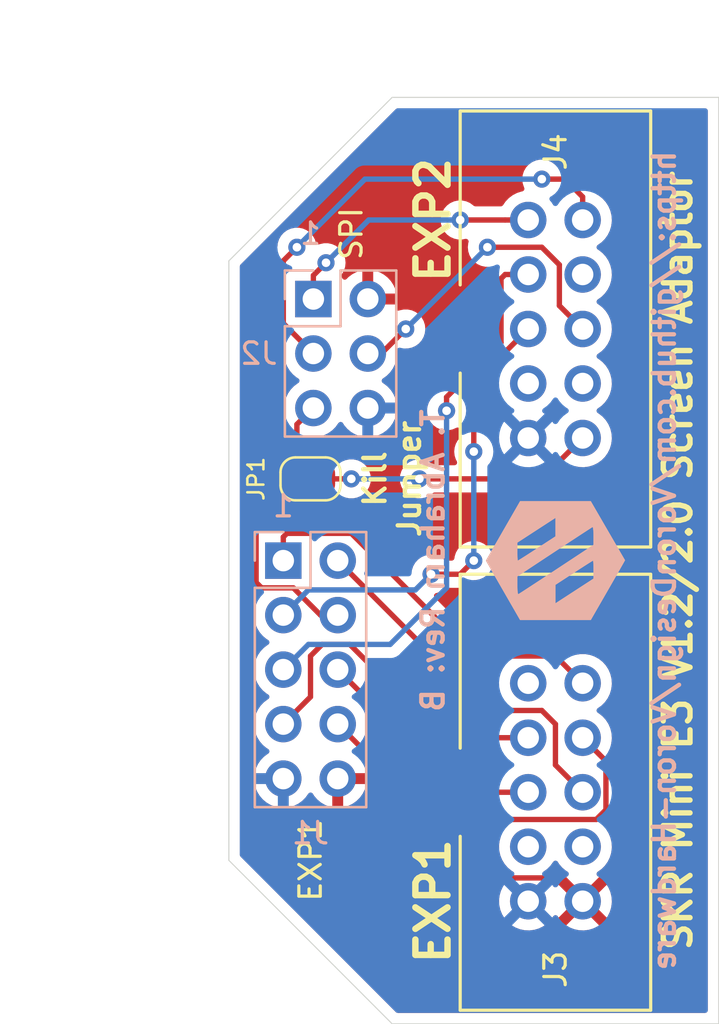
<source format=kicad_pcb>
(kicad_pcb (version 20211014) (generator pcbnew)
  (layers (0 "F.Cu" signal) (31 "B.Cu" signal) (34 "B.Paste" user) (35 "F.Paste" user) (36 "B.SilkS" user "B.Silkscreen") (37 "F.SilkS" user "F.Silkscreen") (38 "B.Mask" user) (39 "F.Mask" user) (44 "Edge.Cuts" user))
  (net 0 "")
  (net 1 "/+5V")
  (net 2 "/GND")
  (net 3 "/PB15")
  (net 4 "/PB8")
  (net 5 "/PB9")
  (net 6 "/PA10")
  (net 7 "/RST")
  (net 8 "/PA9")
  (net 9 "/PA15")
  (net 10 "/PB5")
  (net 11 "/MOSI")
  (net 12 "/SCK")
  (net 13 "/MISO")
  (net 14 "/Kill")
  (footprint "TRA_KiCad_Footprints:Shrouded_2x5_pin_header" (layer "F.Cu") (at 138.43 117.475 -90)
    (fp_text reference "J3" (at 8.255 0 90) (layer "F.SilkS"))
    (fp_text value "Screen_EXP1")
    (fp_line (start 0 -4.445) (end 10.16 -4.445) (layer "F.SilkS") (width 0.15))
    (fp_line (start -2.055 4.445) (end -10.16 4.445) (layer "F.SilkS") (width 0.15))
    (fp_line (start 0 -4.445) (end -10.16 -4.445) (layer "F.SilkS") (width 0.15))
    (fp_line (start 10.16 -4.445) (end 10.16 4.445) (layer "F.SilkS") (width 0.15))
    (fp_line (start 10.16 4.445) (end 2.055 4.445) (layer "F.SilkS") (width 0.15))
    (fp_line (start -10.16 4.445) (end -10.16 -4.445) (layer "F.SilkS") (width 0.15))
    (pad "1" thru_hole circle (at -5.08 1.27 270) (size 1.7 1.7) (drill 1) (layers *.Cu *.Mask))
    (pad "2" thru_hole circle (at -5.08 -1.27 270) (size 1.7 1.7) (drill 1) (layers *.Cu *.Mask) (net 10 "/PB5"))
    (pad "3" thru_hole circle (at -2.54 1.27 270) (size 1.7 1.7) (drill 1) (layers *.Cu *.Mask) (net 4 "/PB8"))
    (pad "4" thru_hole circle (at -2.54 -1.27 270) (size 1.7 1.7) (drill 1) (layers *.Cu *.Mask) (net 3 "/PB15"))
    (pad "5" thru_hole circle (at 0 1.27 270) (size 1.7 1.7) (drill 1) (layers *.Cu *.Mask) (net 5 "/PB9"))
    (pad "6" thru_hole circle (at 0 -1.27 270) (size 1.7 1.7) (drill 1) (layers *.Cu *.Mask) (net 9 "/PA15"))
    (pad "7" thru_hole circle (at 2.54 1.27 270) (size 1.7 1.7) (drill 1) (layers *.Cu *.Mask))
    (pad "8" thru_hole circle (at 2.54 -1.27 270) (size 1.7 1.7) (drill 1) (layers *.Cu *.Mask))
    (pad "9" thru_hole circle (at 5.08 1.27 270) (size 1.7 1.7) (drill 1) (layers *.Cu *.Mask) (net 2 "/GND"))
    (pad "10" thru_hole circle (at 5.08 -1.27 270) (size 1.7 1.7) (drill 1) (layers *.Cu *.Mask) (net 1 "/+5V"))
  )
  (footprint "TRA_KiCad_Footprints:Shrouded_2x5_pin_header" (layer "F.Cu") (at 138.43 95.885 -90)
    (fp_text reference "J4" (at -8.255 0 90) (layer "F.SilkS"))
    (fp_text value "Screen_EXP2")
    (fp_line (start 10.16 4.445) (end 2.055 4.445) (layer "F.SilkS") (width 0.15))
    (fp_line (start 0 -4.445) (end -10.16 -4.445) (layer "F.SilkS") (width 0.15))
    (fp_line (start 0 -4.445) (end 10.16 -4.445) (layer "F.SilkS") (width 0.15))
    (fp_line (start -10.16 4.445) (end -10.16 -4.445) (layer "F.SilkS") (width 0.15))
    (fp_line (start -2.055 4.445) (end -10.16 4.445) (layer "F.SilkS") (width 0.15))
    (fp_line (start 10.16 -4.445) (end 10.16 4.445) (layer "F.SilkS") (width 0.15))
    (pad "1" thru_hole circle (at -5.08 1.27 270) (size 1.7 1.7) (drill 1) (layers *.Cu *.Mask) (net 13 "/MISO"))
    (pad "2" thru_hole circle (at -5.08 -1.27 270) (size 1.7 1.7) (drill 1) (layers *.Cu *.Mask) (net 12 "/SCK"))
    (pad "3" thru_hole circle (at -2.54 1.27 270) (size 1.7 1.7) (drill 1) (layers *.Cu *.Mask) (net 6 "/PA10"))
    (pad "4" thru_hole circle (at -2.54 -1.27 270) (size 1.7 1.7) (drill 1) (layers *.Cu *.Mask))
    (pad "5" thru_hole circle (at 0 1.27 270) (size 1.7 1.7) (drill 1) (layers *.Cu *.Mask) (net 8 "/PA9"))
    (pad "6" thru_hole circle (at 0 -1.27 270) (size 1.7 1.7) (drill 1) (layers *.Cu *.Mask) (net 11 "/MOSI"))
    (pad "7" thru_hole circle (at 2.54 1.27 270) (size 1.7 1.7) (drill 1) (layers *.Cu *.Mask))
    (pad "8" thru_hole circle (at 2.54 -1.27 270) (size 1.7 1.7) (drill 1) (layers *.Cu *.Mask))
    (pad "9" thru_hole circle (at 5.08 1.27 270) (size 1.7 1.7) (drill 1) (layers *.Cu *.Mask) (net 2 "/GND"))
    (pad "10" thru_hole circle (at 5.08 -1.27 270) (size 1.7 1.7) (drill 1) (layers *.Cu *.Mask) (net 14 "/Kill"))
  )
  (footprint "Jumper:SolderJumper-2_P1.3mm_Bridged_RoundedPad1.0x1.5mm" (layer "F.Cu") (at 127 102.87)
    (fp_text reference "JP1" (at -2.54 0 90) (layer "F.SilkS") (effects (font (size 0.75 0.75) (thickness 0.12))))
    (fp_text value "Jumper_NC_Small")
    (fp_poly (pts (xy 0.25 -0.3) (xy -0.25 -0.3) (xy -0.25 0.3) (xy 0.25 0.3)) (layer "F.Cu") (width 0) (fill solid))
    (fp_line (start -0.7 -1) (end 0.7 -1) (layer "F.SilkS") (width 0.12))
    (fp_line (start -1.4 0.3) (end -1.4 -0.3) (layer "F.SilkS") (width 0.12))
    (fp_line (start 0.7 1) (end -0.7 1) (layer "F.SilkS") (width 0.12))
    (fp_line (start 1.4 -0.3) (end 1.4 0.3) (layer "F.SilkS") (width 0.12))
    (fp_arc (start -0.7 1) (mid -1.194975 0.794975) (end -1.4 0.3) (layer "F.SilkS") (width 0.12))
    (fp_arc (start 0.7 -1) (mid 1.194975 -0.794975) (end 1.4 -0.3) (layer "F.SilkS") (width 0.12))
    (fp_arc (start 1.4 0.3) (mid 1.194975 0.794975) (end 0.7 1) (layer "F.SilkS") (width 0.12))
    (fp_arc (start -1.4 -0.3) (mid -1.194975 -0.794975) (end -0.7 -1) (layer "F.SilkS") (width 0.12))
    (pad "1" smd custom locked (at -0.65 0) (size 1 0.5) (layers "F.Cu" "F.Mask") (net 7 "/RST") (options (clearance outline) (anchor rect)) (primitives (gr_circle (center 0 0.25) (end 0.5 0.25) (width 0) (fill yes)) (gr_circle (center 0 -0.25) (end 0.5 -0.25) (width 0) (fill yes)) (gr_poly (pts (xy 0.5 0.75) (xy 0 0.75) (xy 0 -0.75) (xy 0.5 -0.75)) (width 0) (fill yes))))
    (pad "2" smd custom locked (at 0.65 0) (size 1 0.5) (layers "F.Cu" "F.Mask") (net 14 "/Kill") (options (clearance outline) (anchor rect)) (primitives (gr_circle (center 0 0.25) (end 0.5 0.25) (width 0) (fill yes)) (gr_circle (center 0 -0.25) (end 0.5 -0.25) (width 0) (fill yes)) (gr_poly (pts (xy 0 0.75) (xy -0.5 0.75) (xy -0.5 -0.75) (xy 0 -0.75)) (width 0) (fill yes))))
  )
  (footprint "Connector_PinSocket_2.54mm:PinSocket_2x05_P2.54mm_Vertical" (layer "B.Cu") (at 125.73 106.68 180)
    (fp_text reference "J1" (at -1.27 -12.7) (layer "B.SilkS") (effects (justify mirror)))
    (fp_text value "Board_EXP1")
    (fp_line (start -3.87 -11.49) (end 1.33 -11.49) (layer "B.SilkS") (width 0.12))
    (fp_line (start 0 1.33) (end 1.33 1.33) (layer "B.SilkS") (width 0.12))
    (fp_line (start -1.27 -1.27) (end 1.33 -1.27) (layer "B.SilkS") (width 0.12))
    (fp_line (start 1.33 1.33) (end 1.33 0) (layer "B.SilkS") (width 0.12))
    (fp_line (start -1.27 1.33) (end -1.27 -1.27) (layer "B.SilkS") (width 0.12))
    (fp_line (start 1.33 -1.27) (end 1.33 -11.49) (layer "B.SilkS") (width 0.12))
    (fp_line (start -3.87 1.33) (end -3.87 -11.49) (layer "B.SilkS") (width 0.12))
    (fp_line (start -3.87 1.33) (end -1.27 1.33) (layer "B.SilkS") (width 0.12))
    (pad "1" thru_hole rect locked (at 0 0 180) (size 1.7 1.7) (drill 1) (layers *.Cu *.Mask) (net 10 "/PB5"))
    (pad "2" thru_hole oval locked (at -2.54 0 180) (size 1.7 1.7) (drill 1) (layers *.Cu *.Mask) (net 9 "/PA15"))
    (pad "3" thru_hole oval locked (at 0 -2.54 180) (size 1.7 1.7) (drill 1) (layers *.Cu *.Mask) (net 8 "/PA9"))
    (pad "4" thru_hole oval locked (at -2.54 -2.54 180) (size 1.7 1.7) (drill 1) (layers *.Cu *.Mask) (net 7 "/RST"))
    (pad "5" thru_hole oval locked (at 0 -5.08 180) (size 1.7 1.7) (drill 1) (layers *.Cu *.Mask) (net 6 "/PA10"))
    (pad "6" thru_hole oval locked (at -2.54 -5.08 180) (size 1.7 1.7) (drill 1) (layers *.Cu *.Mask) (net 5 "/PB9"))
    (pad "7" thru_hole oval locked (at 0 -7.62 180) (size 1.7 1.7) (drill 1) (layers *.Cu *.Mask) (net 4 "/PB8"))
    (pad "8" thru_hole oval locked (at -2.54 -7.62 180) (size 1.7 1.7) (drill 1) (layers *.Cu *.Mask) (net 3 "/PB15"))
    (pad "9" thru_hole oval locked (at 0 -10.16 180) (size 1.7 1.7) (drill 1) (layers *.Cu *.Mask) (net 2 "/GND"))
    (pad "10" thru_hole oval locked (at -2.54 -10.16 180) (size 1.7 1.7) (drill 1) (layers *.Cu *.Mask) (net 1 "/+5V"))
  )
  (footprint "Connector_PinSocket_2.54mm:PinSocket_2x03_P2.54mm_Vertical" (layer "B.Cu") (at 127.133 94.488 180)
    (fp_text reference "J2" (at 2.54 -2.54) (layer "B.SilkS") (effects (justify mirror)))
    (fp_text value "Board_SPI")
    (fp_line (start 1.33 -1.27) (end 1.33 -6.41) (layer "B.SilkS") (width 0.12))
    (fp_line (start -1.27 1.33) (end -1.27 -1.27) (layer "B.SilkS") (width 0.12))
    (fp_line (start 1.33 1.33) (end 1.33 0) (layer "B.SilkS") (width 0.12))
    (fp_line (start -3.87 -6.41) (end 1.33 -6.41) (layer "B.SilkS") (width 0.12))
    (fp_line (start 0 1.33) (end 1.33 1.33) (layer "B.SilkS") (width 0.12))
    (fp_line (start -3.87 1.33) (end -3.87 -6.41) (layer "B.SilkS") (width 0.12))
    (fp_line (start -1.27 -1.27) (end 1.33 -1.27) (layer "B.SilkS") (width 0.12))
    (fp_line (start -3.87 1.33) (end -1.27 1.33) (layer "B.SilkS") (width 0.12))
    (pad "1" thru_hole rect locked (at 0 0 180) (size 1.7 1.7) (drill 1) (layers *.Cu *.Mask) (net 13 "/MISO"))
    (pad "2" thru_hole oval locked (at -2.54 0 180) (size 1.7 1.7) (drill 1) (layers *.Cu *.Mask) (net 1 "/+5V"))
    (pad "3" thru_hole oval locked (at 0 -2.54 180) (size 1.7 1.7) (drill 1) (layers *.Cu *.Mask) (net 12 "/SCK"))
    (pad "4" thru_hole oval locked (at -2.54 -2.54 180) (size 1.7 1.7) (drill 1) (layers *.Cu *.Mask) (net 11 "/MOSI"))
    (pad "5" thru_hole oval locked (at 0 -5.08 180) (size 1.7 1.7) (drill 1) (layers *.Cu *.Mask) (net 7 "/RST"))
    (pad "6" thru_hole oval locked (at -2.54 -5.08 180) (size 1.7 1.7) (drill 1) (layers *.Cu *.Mask) (net 2 "/GND"))
  )
  (footprint "TRA_KiCad_Footprints:VoronLogo_6pt5mm_silkScreen" (layer "B.Cu") (at 138.43 106.68 -90)
    (fp_text reference "G***" hide)
    (fp_text value "LOGO" hide)
    (fp_poly (pts (xy 2.7686 1.64985) (xy 2.7686 -1.649849) (xy 1.379308 -2.450524) (xy 1.039339 -2.646185) (xy 0.729012 -2.824267) (xy 0.458882 -2.978754) (xy 0.239505 -3.10363) (xy 0.081439 -3.192877) (xy -0.004761 -3.240478) (xy -0.017692 -3.24677) (xy -0.061819 -3.221166) (xy -0.183209 -3.150713) (xy -0.371255 -3.041566) (xy -0.615351 -2.899881) (xy -0.904891 -2.731815) (xy -1.229269 -2.543525) (xy -1.397 -2.446162) (xy -2.622352 -1.734876) (xy -1.566334 -1.734876) (xy -1.527559 -1.754402) (xy -1.409521 -1.769187) (xy -1.234533 -1.776891) (xy -1.159934 -1.777479) (xy -0.7366 -1.776959) (xy -0.722179 -1.755076) (xy 0 -1.755076) (xy 0.04685 -1.765563) (xy 0.171616 -1.7735) (xy 0.350623 -1.777596) (xy 0.4191 -1.777886) (xy 0.8382 -1.777772) (xy 1.3208 -1.034043) (xy 1.485838 -0.779678) (xy 1.637963 -0.545166) (xy 1.765863 -0.347951) (xy 1.858223 -0.205476) (xy 1.897288 -0.145156) (xy 1.991177 0) (xy 1.129093 0) (xy 0.564546 -0.866076) (xy 0.394034 -1.128735) (xy 0.244186 -1.361619) (xy 0.123286 -1.551683) (xy 0.039618 -1.685882) (xy 0.001465 -1.751172) (xy 0 -1.755076) (xy -0.722179 -1.755076) (xy 0.4064 -0.042603) (xy 0.654036 0.333568) (xy 0.884037 0.683745) (xy 1.09042 0.998762) (xy 1.267202 1.269449) (xy 1.408399 1.486639) (xy 1.508029 1.641163) (xy 1.560108 1.723852) (xy 1.566333 1.734877) (xy 1.527558 1.754403) (xy 1.40952 1.769188) (xy 1.234532 1.776892) (xy 1.159933 1.77748) (xy 0.7366 1.77696) (xy -0.4064 0.042604) (xy -0.654037 -0.333567) (xy -0.884038 -0.683744) (xy -1.090421 -0.998761) (xy -1.267203 -1.269448) (xy -1.4084 -1.486638) (xy -1.50803 -1.641162) (xy -1.560109 -1.723851) (xy -1.566334 -1.734876) (xy -2.622352 -1.734876) (xy -2.7686 -1.649983) (xy -2.7686 0) (xy -1.991178 0) (xy -1.129094 0) (xy -0.564547 0.866077) (xy -0.394035 1.128736) (xy -0.244187 1.36162) (xy -0.123287 1.551684) (xy -0.039619 1.685883) (xy -0.001466 1.751173) (xy 0 1.755077) (xy -0.046851 1.765564) (xy -0.171617 1.773501) (xy -0.350624 1.777597) (xy -0.4191 1.777887) (xy -0.8382 1.777773) (xy -1.3208 1.034044) (xy -1.485839 0.779679) (xy -1.637964 0.545167) (xy -1.765864 0.347952) (xy -1.858224 0.205477) (xy -1.897289 0.145157) (xy -1.991178 0) (xy -2.7686 0) (xy -2.7686 1.64985) (xy 0 3.245448) (xy 2.7686 1.64985)) (layer "B.SilkS") (width 0.01) (fill solid))
  )
  (gr_line (start 146.05 85.09) (end 146.05 128.27) (layer "Edge.Cuts") (width 0.05))
  (gr_line (start 130.81 128.27) (end 123.19 120.65) (layer "Edge.Cuts") (width 0.05))
  (gr_line (start 123.19 92.71) (end 123.19 120.65) (layer "Edge.Cuts") (width 0.05))
  (gr_line (start 146.05 85.09) (end 130.81 85.09) (layer "Edge.Cuts") (width 0.05))
  (gr_line (start 146.05 128.27) (end 130.81 128.27) (layer "Edge.Cuts") (width 0.05))
  (gr_line (start 130.81 85.09) (end 123.19 92.71) (layer "Edge.Cuts") (width 0.05))
  (gr_text "1" (at 127 91.44) (layer "B.SilkS") (effects (font (size 1 1)) (justify mirror)))
  (gr_text "https://github.com/VoronDesign/Voron-Hardware" (at 143.51 106.68 90) (layer "B.SilkS") (effects (font (size 1 1) (thickness 0.2)) (justify mirror)))
  (gr_text "T. Abraham Rev: B" (at 132.715 106.68 90) (layer "B.SilkS") (effects (font (size 1 1) (thickness 0.2)) (justify mirror)))
  (gr_text "1" (at 125.73 104.14) (layer "B.SilkS") (effects (font (size 1 1)) (justify mirror)))
  (gr_text "EXP2" (at 132.715 90.805 90) (layer "F.SilkS") (effects (font (size 1.5 1.5) (thickness 0.3))))
  (gr_text "EXP1" (at 127 120.65 90) (layer "F.SilkS") (effects (font (size 1 1))))
  (gr_text "EXP1" (at 132.715 122.555 90) (layer "F.SilkS") (effects (font (size 1.5 1.5) (thickness 0.3))))
  (gr_text "SKR Mini E3 V1.2/2.0 Screen Adaptor" (at 144.145 106.68 90) (layer "F.SilkS") (effects (font (size 1.25 1.25) (thickness 0.25))))
  (gr_text "SPI" (at 128.905 91.44 90) (layer "F.SilkS") (effects (font (size 1 1))))
  (gr_text "Kill\nJumper" (at 130.81 102.87 90) (layer "F.SilkS") (effects (font (size 1 1) (thickness 0.2))))
  (segment (start 128.27 116.84) (end 128.27 118.042081) (width 0.25) (layer "F.Cu") (net 1))
  (segment (start 138.938001 121.793001) (end 139.7 122.555) (width 0.25) (layer "F.Cu") (net 1))
  (segment (start 131.695918 121.467999) (end 138.612999 121.467999) (width 0.25) (layer "F.Cu") (net 1))
  (segment (start 138.612999 121.467999) (end 138.938001 121.793001) (width 0.25) (layer "F.Cu") (net 1))
  (segment (start 128.27 118.042081) (end 131.695918 121.467999) (width 0.25) (layer "F.Cu") (net 1))
  (segment (start 140.787001 118.292999) (end 140.787001 116.022001) (width 0.25) (layer "F.Cu") (net 3))
  (segment (start 140.787001 116.022001) (end 140.461999 115.696999) (width 0.25) (layer "F.Cu") (net 3))
  (segment (start 132.715 118.745) (end 140.335 118.745) (width 0.25) (layer "F.Cu") (net 3))
  (segment (start 140.461999 115.696999) (end 139.7 114.935) (width 0.25) (layer "F.Cu") (net 3))
  (segment (start 128.27 114.3) (end 132.715 118.745) (width 0.25) (layer "F.Cu") (net 3))
  (segment (start 140.335 118.745) (end 140.787001 118.292999) (width 0.25) (layer "F.Cu") (net 3))
  (segment (start 127 113.03) (end 125.73 114.3) (width 0.25) (layer "F.Cu") (net 4))
  (segment (start 127 111.125) (end 127 113.03) (width 0.25) (layer "F.Cu") (net 4))
  (segment (start 127.540001 110.584999) (end 127 111.125) (width 0.25) (layer "F.Cu") (net 4))
  (segment (start 133.184002 114.935) (end 128.834001 110.584999) (width 0.25) (layer "F.Cu") (net 4))
  (segment (start 128.834001 110.584999) (end 127.540001 110.584999) (width 0.25) (layer "F.Cu") (net 4))
  (segment (start 137.16 114.935) (end 133.184002 114.935) (width 0.25) (layer "F.Cu") (net 4))
  (segment (start 133.985 117.475) (end 128.27 111.76) (width 0.25) (layer "F.Cu") (net 5))
  (segment (start 137.16 117.475) (end 133.985 117.475) (width 0.25) (layer "F.Cu") (net 5))
  (segment (start 136.08237 93.345) (end 137.16 93.345) (width 0.25) (layer "F.Cu") (net 6))
  (segment (start 135.89 96.51859) (end 135.89 93.53737) (width 0.25) (layer "F.Cu") (net 6))
  (segment (start 135.89 93.53737) (end 136.08237 93.345) (width 0.25) (layer "F.Cu") (net 6))
  (segment (start 133.35 99.695) (end 133.35 99.05859) (width 0.25) (layer "F.Cu") (net 6))
  (segment (start 133.35 99.05859) (end 135.89 96.51859) (width 0.25) (layer "F.Cu") (net 6))
  (via (at 133.35 99.695) (size 0.8) (drill 0.4) (layers "F.Cu" "B.Cu") (net 6))
  (segment (start 126.579999 110.910001) (end 125.73 111.76) (width 0.25) (layer "B.Cu") (net 6))
  (segment (start 133.35 107.95141) (end 130.716411 110.584999) (width 0.25) (layer "B.Cu") (net 6))
  (segment (start 130.716411 110.584999) (end 126.905001 110.584999) (width 0.25) (layer "B.Cu") (net 6))
  (segment (start 126.905001 110.584999) (end 126.579999 110.910001) (width 0.25) (layer "B.Cu") (net 6))
  (segment (start 133.35 99.695) (end 133.35 107.95141) (width 0.25) (layer "B.Cu") (net 6))
  (segment (start 124.46 104.76) (end 126.35 102.87) (width 0.25) (layer "F.Cu") (net 7))
  (segment (start 126.365 100.33) (end 126.365 102.235) (width 0.25) (layer "F.Cu") (net 7))
  (segment (start 126.199002 107.95) (end 124.714998 107.95) (width 0.25) (layer "F.Cu") (net 7))
  (segment (start 128.27 109.22) (end 127.469002 109.22) (width 0.25) (layer "F.Cu") (net 7))
  (segment (start 124.46 107.695002) (end 124.46 104.76) (width 0.25) (layer "F.Cu") (net 7))
  (segment (start 124.714998 107.95) (end 124.46 107.695002) (width 0.25) (layer "F.Cu") (net 7))
  (segment (start 127.127 99.568) (end 126.365 100.33) (width 0.25) (layer "F.Cu") (net 7))
  (segment (start 127.133 99.568) (end 127.127 99.568) (width 0.25) (layer "F.Cu") (net 7))
  (segment (start 127.469002 109.22) (end 126.199002 107.95) (width 0.25) (layer "F.Cu") (net 7))
  (segment (start 134.62 106.68) (end 134.62 106.68) (width 0.25) (layer "F.Cu") (net 8))
  (segment (start 132.625 107.315) (end 133.985 107.315) (width 0.25) (layer "F.Cu") (net 8))
  (segment (start 133.985 107.315) (end 134.62 106.68) (width 0.25) (layer "F.Cu") (net 8))
  (segment (start 134.62 98.425) (end 137.16 95.885) (width 0.25) (layer "F.Cu") (net 8))
  (segment (start 134.62 101.6) (end 134.62 98.425) (width 0.25) (layer "F.Cu") (net 8))
  (via (at 132.625 107.315) (size 0.8) (drill 0.4) (layers "F.Cu" "B.Cu") (net 8))
  (via (at 134.62 106.68) (size 0.8) (drill 0.4) (layers "F.Cu" "B.Cu") (net 8))
  (via (at 134.62 101.6) (size 0.8) (drill 0.4) (layers "F.Cu" "B.Cu") (net 8))
  (segment (start 134.62 106.68) (end 134.62 101.6) (width 0.25) (layer "B.Cu") (net 8))
  (segment (start 131.895001 108.044999) (end 132.625 107.315) (width 0.25) (layer "B.Cu") (net 8))
  (segment (start 125.73 109.22) (end 126.905001 108.044999) (width 0.25) (layer "B.Cu") (net 8))
  (segment (start 126.905001 108.044999) (end 131.895001 108.044999) (width 0.25) (layer "B.Cu") (net 8))
  (segment (start 138.43 116.205) (end 138.43 114.3) (width 0.25) (layer "F.Cu") (net 9))
  (segment (start 139.7 117.475) (end 138.43 116.205) (width 0.25) (layer "F.Cu") (net 9))
  (segment (start 135.255 113.665) (end 128.27 106.68) (width 0.25) (layer "F.Cu") (net 9))
  (segment (start 137.795 113.665) (end 135.255 113.665) (width 0.25) (layer "F.Cu") (net 9))
  (segment (start 138.43 114.3) (end 137.795 113.665) (width 0.25) (layer "F.Cu") (net 9))
  (segment (start 125.9 105.41) (end 125.73 105.58) (width 0.25) (layer "F.Cu") (net 10))
  (segment (start 139.7 112.395) (end 138.43 111.125) (width 0.25) (layer "F.Cu") (net 10))
  (segment (start 128.905 105.41) (end 125.9 105.41) (width 0.25) (layer "F.Cu") (net 10))
  (segment (start 134.62 111.125) (end 128.905 105.41) (width 0.25) (layer "F.Cu") (net 10))
  (segment (start 138.43 111.125) (end 134.62 111.125) (width 0.25) (layer "F.Cu") (net 10))
  (segment (start 125.73 105.58) (end 125.73 106.68) (width 0.25) (layer "F.Cu") (net 10))
  (segment (start 135.255 92.075) (end 137.795 92.075) (width 0.25) (layer "F.Cu") (net 11))
  (segment (start 138.612999 92.892999) (end 138.612999 94.797999) (width 0.25) (layer "F.Cu") (net 11))
  (segment (start 138.612999 94.797999) (end 138.938001 95.123001) (width 0.25) (layer "F.Cu") (net 11))
  (segment (start 130.302 97.028) (end 131.445 95.885) (width 0.25) (layer "F.Cu") (net 11))
  (segment (start 129.673 97.028) (end 130.302 97.028) (width 0.25) (layer "F.Cu") (net 11))
  (segment (start 135.255 92.075) (end 135.255 92.075) (width 0.25) (layer "F.Cu") (net 11))
  (segment (start 137.795 92.075) (end 138.612999 92.892999) (width 0.25) (layer "F.Cu") (net 11))
  (segment (start 138.938001 95.123001) (end 139.7 95.885) (width 0.25) (layer "F.Cu") (net 11))
  (via (at 135.255 92.075) (size 0.8) (drill 0.4) (layers "F.Cu" "B.Cu") (net 11))
  (via (at 131.445 95.885) (size 0.8) (drill 0.4) (layers "F.Cu" "B.Cu") (net 11))
  (segment (start 131.445 95.885) (end 135.255 92.075) (width 0.25) (layer "B.Cu") (net 11))
  (segment (start 126.365 92.075) (end 125.73 92.71) (width 0.25) (layer "F.Cu") (net 12))
  (segment (start 139.7 89.72737) (end 138.87263 88.9) (width 0.25) (layer "F.Cu") (net 12))
  (segment (start 125.73 92.71) (end 125.73 95.625) (width 0.25) (layer "F.Cu") (net 12))
  (segment (start 138.87263 88.9) (end 137.795 88.9) (width 0.25) (layer "F.Cu") (net 12))
  (segment (start 127.133 97.028) (end 125.73 95.625) (width 0.25) (layer "F.Cu") (net 12))
  (segment (start 139.7 90.805) (end 139.7 89.72737) (width 0.25) (layer "F.Cu") (net 12))
  (via (at 126.365 92.075) (size 0.8) (drill 0.4) (layers "F.Cu" "B.Cu") (net 12))
  (via (at 137.795 88.9) (size 0.8) (drill 0.4) (layers "F.Cu" "B.Cu") (net 12))
  (segment (start 137.795 88.9) (end 129.54 88.9) (width 0.25) (layer "B.Cu") (net 12))
  (segment (start 129.54 88.9) (end 126.365 92.075) (width 0.25) (layer "B.Cu") (net 12))
  (segment (start 133.985 90.805) (end 136.08237 90.805) (width 0.25) (layer "F.Cu") (net 13))
  (segment (start 127.133 94.488) (end 127.133 93.388) (width 0.25) (layer "F.Cu") (net 13))
  (segment (start 136.08237 90.805) (end 137.16 90.805) (width 0.25) (layer "F.Cu") (net 13))
  (segment (start 127.133 93.388) (end 127.723 92.798) (width 0.25) (layer "F.Cu") (net 13))
  (via (at 133.985 90.805) (size 0.8) (drill 0.4) (layers "F.Cu" "B.Cu") (net 13))
  (via (at 127.723 92.798) (size 0.8) (drill 0.4) (layers "F.Cu" "B.Cu") (net 13))
  (segment (start 127.723 92.798) (end 129.716 90.805) (width 0.25) (layer "B.Cu") (net 13))
  (segment (start 129.716 90.805) (end 133.985 90.805) (width 0.25) (layer "B.Cu") (net 13))
  (segment (start 132.08 102.87) (end 137.795 102.87) (width 0.25) (layer "F.Cu") (net 14))
  (segment (start 127.65 102.87) (end 128.905 102.87) (width 0.25) (layer "F.Cu") (net 14))
  (segment (start 137.795 102.87) (end 139.7 100.965) (width 0.25) (layer "F.Cu") (net 14))
  (via (at 132.08 102.87) (size 0.8) (drill 0.4) (layers "F.Cu" "B.Cu") (net 14))
  (via (at 128.905 102.87) (size 0.8) (drill 0.4) (layers "F.Cu" "B.Cu") (net 14))
  (segment (start 128.905 102.87) (end 132.08 102.87) (width 0.25) (layer "B.Cu") (net 14))
  (zone (net 1) (net_name "/+5V") (layer "F.Cu") (connect_pads (clearance 0.508)) (min_thickness 0.254) (fill yes (thermal_gap 0.508) (thermal_bridge_width 0.508))
    (polygon (pts (xy 123.19 120.65) (xy 123.19 92.71) (xy 130.81 85.09) (xy 146.05 85.09) (xy 146.05 128.27) (xy 130.81 128.27)))
  )
  (zone (net 2) (net_name "/GND") (layer "B.Cu") (connect_pads (clearance 0.508)) (min_thickness 0.254) (fill yes (thermal_gap 0.508) (thermal_bridge_width 0.508))
    (polygon (pts (xy 123.19 120.65) (xy 123.19 92.71) (xy 130.81 85.09) (xy 146.05 85.09) (xy 146.05 128.27) (xy 130.81 128.27)))
  )
)
</source>
